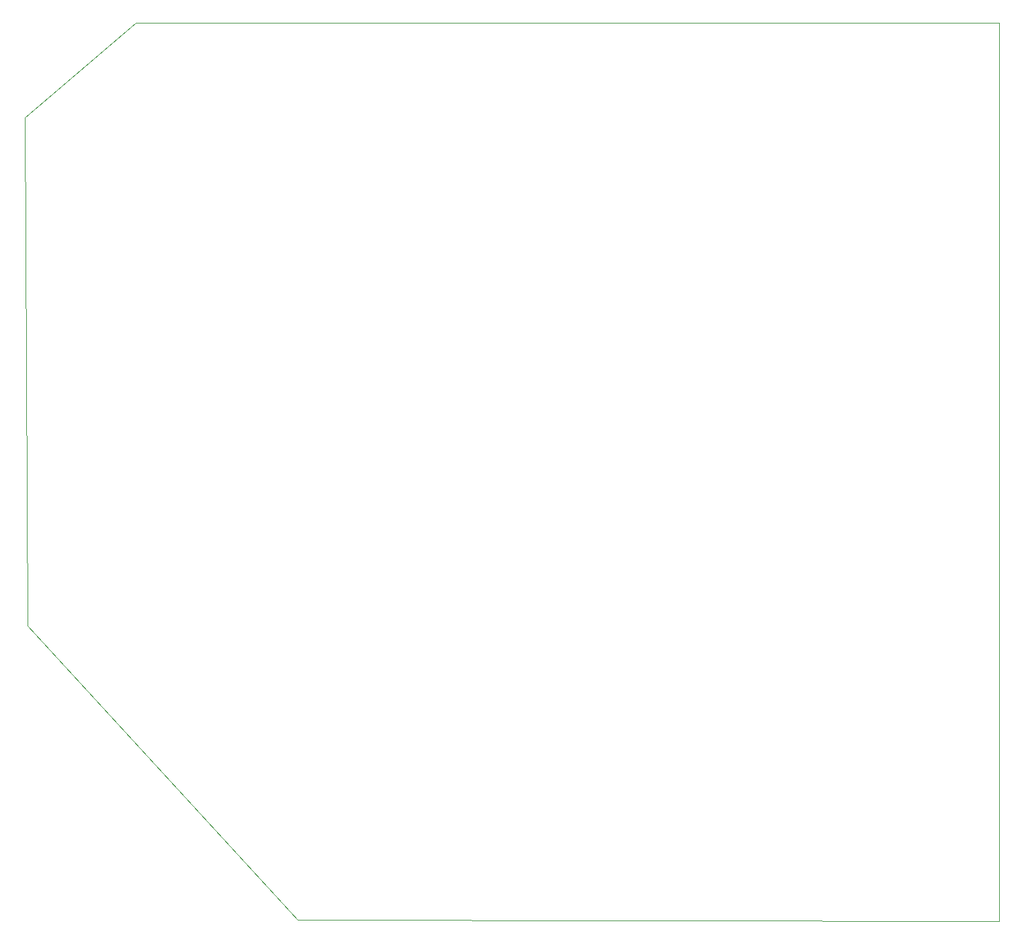
<source format=gbr>
%TF.GenerationSoftware,KiCad,Pcbnew,(5.1.8)-1*%
%TF.CreationDate,2021-01-01T16:56:54-05:00*%
%TF.ProjectId,z80computer,7a383063-6f6d-4707-9574-65722e6b6963,rev?*%
%TF.SameCoordinates,Original*%
%TF.FileFunction,Profile,NP*%
%FSLAX46Y46*%
G04 Gerber Fmt 4.6, Leading zero omitted, Abs format (unit mm)*
G04 Created by KiCad (PCBNEW (5.1.8)-1) date 2021-01-01 16:56:54*
%MOMM*%
%LPD*%
G01*
G04 APERTURE LIST*
%TA.AperFunction,Profile*%
%ADD10C,0.050000*%
%TD*%
%TA.AperFunction,Profile*%
%ADD11C,0.100000*%
%TD*%
G04 APERTURE END LIST*
D10*
X151003000Y-133477000D02*
X151003000Y-133477000D01*
X116967000Y-96393000D02*
X151003000Y-133477000D01*
X116586000Y-32258000D02*
X116967000Y-96393000D01*
X130556000Y-20320000D02*
X116586000Y-32258000D01*
D11*
X130556000Y-20320000D02*
X239395000Y-20320000D01*
X239395000Y-133604000D02*
X151003000Y-133477000D01*
X239395000Y-20320000D02*
X239395000Y-133604000D01*
M02*

</source>
